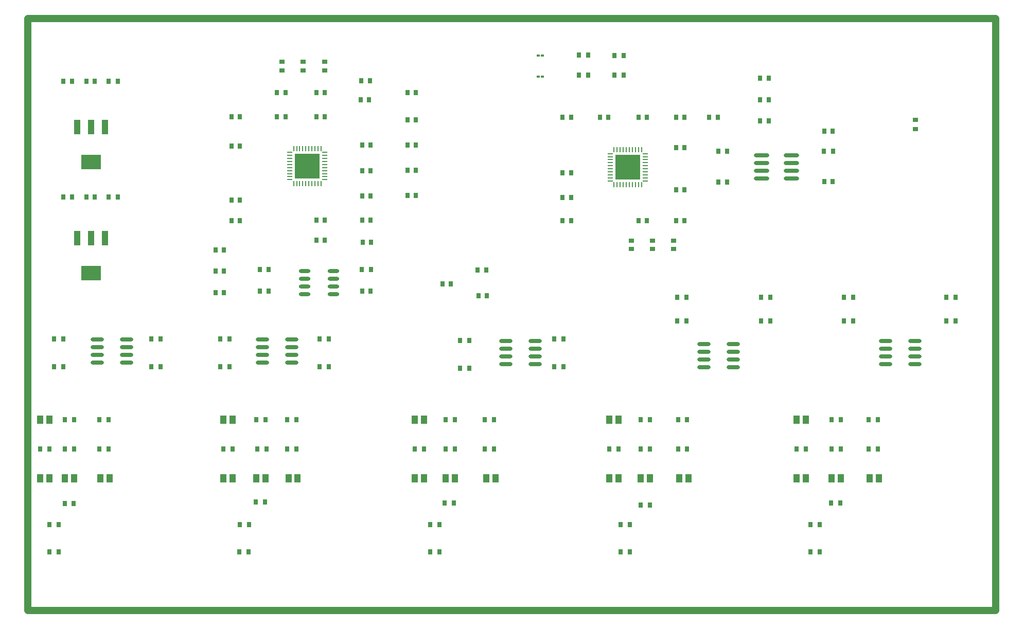
<source format=gtp>
%FSTAX23Y23*%
%MOIN*%
%SFA1B1*%

%IPPOS*%
%ADD10R,0.043310X0.055120*%
%ADD11R,0.027560X0.035430*%
%ADD12O,0.098430X0.027560*%
%ADD13O,0.086610X0.023620*%
%ADD14R,0.035430X0.027560*%
%ADD15R,0.031500X0.035430*%
%ADD16R,0.035430X0.031500*%
%ADD17R,0.019690X0.011810*%
%ADD18R,0.039370X0.094490*%
%ADD19R,0.129920X0.094490*%
%ADD20O,0.074800X0.023620*%
%ADD21R,0.161420X0.161420*%
%ADD22O,0.037400X0.009840*%
%ADD23O,0.009840X0.037400*%
%ADD25C,0.047240*%
%LNhanc_analog-1*%
%LPD*%
G54D10*
X05029Y01855D03*
X0497D03*
X03505Y02235D03*
X03564D03*
X02539Y01855D03*
X0248D03*
X0108D03*
X01139D03*
X0108Y02235D03*
X01139D03*
X01299Y01855D03*
X0124D03*
X02265D03*
X02324D03*
X02265Y02235D03*
X02324D03*
X03505Y01855D03*
X03564D03*
X03764D03*
X03705D03*
X04765D03*
X04824D03*
X04765Y02235D03*
X04824D03*
X0598Y01855D03*
X06039D03*
X0598Y02235D03*
X06039D03*
X06264Y01855D03*
X06205D03*
X05278D03*
X05219D03*
X04027D03*
X03968D03*
X02746D03*
X02687D03*
X01529D03*
X0147D03*
X06512D03*
X06453D03*
G54D11*
X03764Y02235D03*
X03705D03*
X02539D03*
X0248D03*
X01299D03*
X0124D03*
X02265Y02045D03*
X02324D03*
X02485D03*
X02544D03*
X0124D03*
X01299D03*
X0108D03*
X01139D03*
X04629Y0447D03*
X0457D03*
X048D03*
X04859D03*
X04629Y046D03*
X0457D03*
X048Y04595D03*
X04859D03*
X02304Y0276D03*
X02245D03*
X02304Y0258D03*
X02245D03*
X06344Y02875D03*
X06285D03*
X06344Y0303D03*
X06285D03*
X01229Y0276D03*
X0117D03*
X01229Y0258D03*
X0117D03*
X03859Y0275D03*
X038D03*
X03859Y0257D03*
X038D03*
X05264Y0303D03*
X05205D03*
X05264Y02875D03*
X05205D03*
X018Y0276D03*
X01859D03*
Y0258D03*
X018D03*
X01199Y01555D03*
X0114D03*
Y0138D03*
X01199D03*
X0289Y0276D03*
X02949D03*
Y0258D03*
X0289D03*
X02432Y01555D03*
X02372D03*
X0237Y0138D03*
X02429D03*
X06129Y01555D03*
X0607D03*
Y0138D03*
X06129D03*
X0695Y0303D03*
X0701D03*
Y02875D03*
X0695D03*
X0441Y0276D03*
X04469D03*
Y0258D03*
X0441D03*
X03664Y01555D03*
X03605D03*
Y0138D03*
X03664D03*
X0575Y0303D03*
X05809D03*
Y02875D03*
X0575D03*
X04897Y01555D03*
X04837D03*
Y0138D03*
X04897D03*
X03221Y0321D03*
X03162D03*
X03705Y02045D03*
X03764D03*
X03505D03*
X03564D03*
X0497D03*
X05029D03*
X04765D03*
X04824D03*
X06205D03*
X06264D03*
Y02235D03*
X06205D03*
X0598Y02045D03*
X06039D03*
X01582Y0368D03*
X01523D03*
Y0443D03*
X01582D03*
X06214Y03975D03*
X06155D03*
X05028Y01684D03*
X04969D03*
X0527Y02235D03*
X05211D03*
X0527Y02045D03*
X05211D03*
X03757Y01695D03*
X03698D03*
X04019Y02235D03*
X0396D03*
X04019Y02045D03*
X0396D03*
X02738Y02235D03*
X02679D03*
X02738Y02045D03*
X02679D03*
X01521D03*
X01462D03*
X01521Y02235D03*
X01462D03*
X06261Y01695D03*
X06202D03*
X06504Y02235D03*
X06445D03*
X06504Y02045D03*
X06445D03*
X01296Y01693D03*
X01237D03*
X02534Y01703D03*
X02475D03*
X05029Y02235D03*
X0497D03*
G54D12*
X05946Y038D03*
Y0385D03*
Y039D03*
Y0395D03*
X05753Y038D03*
Y0385D03*
Y039D03*
Y0395D03*
G54D13*
X02709Y02605D03*
Y02655D03*
Y02705D03*
Y02755D03*
X0252Y02605D03*
Y02655D03*
Y02705D03*
Y02755D03*
X04284Y02595D03*
Y02645D03*
Y02695D03*
Y02745D03*
X04095Y02595D03*
Y02645D03*
Y02695D03*
Y02745D03*
X05569Y02575D03*
Y02625D03*
Y02675D03*
Y02725D03*
X0538Y02575D03*
Y02625D03*
Y02675D03*
Y02725D03*
X01639Y02605D03*
Y02655D03*
Y02705D03*
Y02755D03*
X0145Y02605D03*
Y02655D03*
Y02705D03*
Y02755D03*
X06745Y02595D03*
Y02645D03*
Y02695D03*
Y02745D03*
X06556Y02595D03*
Y02645D03*
Y02695D03*
Y02745D03*
G54D14*
X0675Y04179D03*
Y0412D03*
G54D15*
X01285Y0368D03*
X0123D03*
X01377D03*
X01432D03*
X04462Y03677D03*
X04517D03*
X02612Y04355D03*
X02667D03*
X02922D03*
X02867D03*
X02612Y042D03*
X02667D03*
X05742Y04448D03*
X05797D03*
X05742Y0431D03*
X05797D03*
X05742Y04172D03*
X05797D03*
X03512Y0418D03*
X03457D03*
X0316Y04432D03*
X03216D03*
X03512Y04355D03*
X03457D03*
X03164Y0307D03*
X0322D03*
X02557D03*
X02502D03*
X02557Y0321D03*
X02502D03*
X0321Y04309D03*
X03155D03*
X02372Y042D03*
X02317D03*
X03512Y03853D03*
X03457D03*
X0322Y0385D03*
X03164D03*
X03512Y0369D03*
X03457D03*
X02922Y034D03*
X02867D03*
X02922Y0353D03*
X02867D03*
X0322D03*
X03164D03*
X03222Y03385D03*
X03167D03*
X03972Y0304D03*
X03917D03*
X03912Y03205D03*
X03967D03*
X03684Y03115D03*
X0374D03*
X0227Y0306D03*
X02215D03*
X0227Y03198D03*
X02215D03*
X0227Y03336D03*
X02215D03*
X05252Y04195D03*
X05197D03*
X04954D03*
X05009D03*
X05252Y04D03*
X05197D03*
X05527Y03775D03*
X05472D03*
X06157Y0378D03*
X06212D03*
X04705Y04195D03*
X0476D03*
X04517D03*
X04462D03*
X05009Y03526D03*
X04954D03*
X05197D03*
X05252D03*
Y03725D03*
X05197D03*
X06212Y04105D03*
X06157D03*
X02867Y042D03*
X02922D03*
X05467Y04195D03*
X05412D03*
X0322Y04016D03*
X03164D03*
X03457D03*
X03512D03*
X0322Y03685D03*
X03164D03*
X0123Y0443D03*
X01285D03*
X01432D03*
X01377D03*
X02317Y0366D03*
X02372D03*
Y0401D03*
X02317D03*
X04462Y03525D03*
X04517D03*
X04462Y03835D03*
X04517D03*
X05527Y03975D03*
X05472D03*
X02317Y03525D03*
X02372D03*
G54D16*
X04907Y03341D03*
Y03396D03*
X05183Y03341D03*
Y03396D03*
X02645Y045D03*
Y04555D03*
X02783Y045D03*
Y04555D03*
X02921Y045D03*
Y04555D03*
X05045Y03341D03*
Y03396D03*
G54D17*
X04332Y0446D03*
X04305D03*
X04333Y04595D03*
X04306D03*
G54D18*
X015Y03414D03*
X0141D03*
X01319D03*
Y04134D03*
X0141D03*
X015D03*
G54D19*
X0141Y03185D03*
Y03905D03*
G54D20*
X02977Y0305D03*
Y031D03*
Y0315D03*
Y032D03*
X02792Y0305D03*
Y031D03*
Y0315D03*
Y032D03*
G54D21*
X04885Y03871D03*
X0281Y0388D03*
G54D22*
X04998Y0396D03*
Y0394D03*
Y03921D03*
Y03901D03*
Y03881D03*
Y03861D03*
Y03842D03*
Y03822D03*
Y03802D03*
Y03783D03*
X04772D03*
Y03802D03*
Y03822D03*
Y03842D03*
Y03861D03*
Y03881D03*
Y03901D03*
Y03921D03*
Y0394D03*
Y0396D03*
X02696Y03968D03*
Y03948D03*
Y03929D03*
Y03909D03*
Y03889D03*
Y0387D03*
Y0385D03*
Y0383D03*
Y03811D03*
Y03791D03*
X02923D03*
Y03811D03*
Y0383D03*
Y0385D03*
Y0387D03*
Y03889D03*
Y03909D03*
Y03929D03*
Y03948D03*
Y03968D03*
G54D23*
X04974Y03758D03*
X04954D03*
X04934D03*
X04915D03*
X04895D03*
X04875D03*
X04855D03*
X04836D03*
X04816D03*
X04796D03*
Y03985D03*
X04816D03*
X04836D03*
X04855D03*
X04875D03*
X04895D03*
X04915D03*
X04934D03*
X04954D03*
X04974D03*
X02898Y03993D03*
X02878D03*
X02859D03*
X02839D03*
X02819D03*
X028D03*
X0278D03*
X0276D03*
X02741D03*
X02721D03*
Y03766D03*
X02741D03*
X0276D03*
X0278D03*
X028D03*
X02819D03*
X02839D03*
X02859D03*
X02878D03*
X02898D03*
G54D25*
X01Y01D02*
X0727D01*
Y04835*
X01D02*
X0727D01*
X01Y01D02*
Y04835D01*
M02*
</source>
